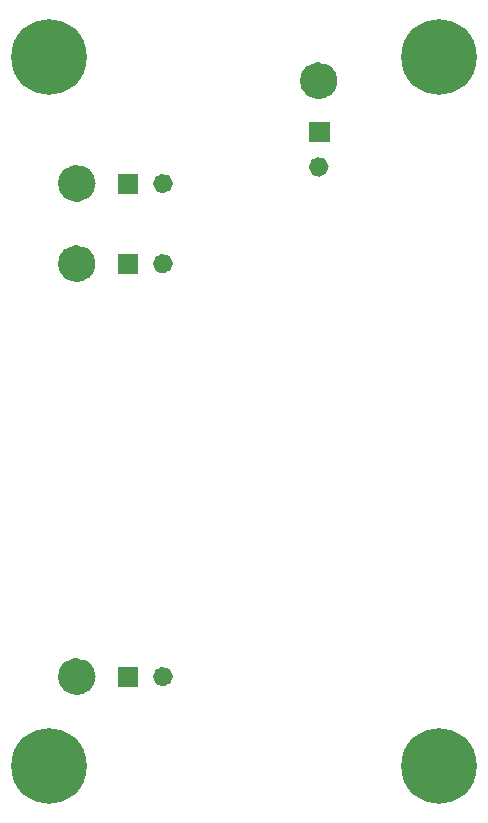
<source format=gbr>
%TF.GenerationSoftware,KiCad,Pcbnew,(6.0.0)*%
%TF.CreationDate,2023-03-29T21:01:20-06:00*%
%TF.ProjectId,isolated_voltage_and_current_sensor,69736f6c-6174-4656-945f-766f6c746167,1*%
%TF.SameCoordinates,Original*%
%TF.FileFunction,Soldermask,Bot*%
%TF.FilePolarity,Negative*%
%FSLAX46Y46*%
G04 Gerber Fmt 4.6, Leading zero omitted, Abs format (unit mm)*
G04 Created by KiCad (PCBNEW (6.0.0)) date 2023-03-29 21:01:20*
%MOMM*%
%LPD*%
G01*
G04 APERTURE LIST*
%ADD10C,1.576200*%
%ADD11C,0.836200*%
%ADD12C,0.010000*%
%ADD13C,3.000000*%
%ADD14C,0.800000*%
%ADD15C,6.400000*%
G04 APERTURE END LIST*
D10*
%TO.C,J1*%
X124098100Y-72710000D02*
G75*
G03*
X124098100Y-72710000I-788100J0D01*
G01*
D11*
X131028100Y-72710000D02*
G75*
G03*
X131028100Y-72710000I-418100J0D01*
G01*
D12*
X128446200Y-71873800D02*
X128446200Y-73546200D01*
X128446200Y-73546200D02*
X126773800Y-73546200D01*
X126773800Y-73546200D02*
X126773800Y-71873800D01*
X126773800Y-71873800D02*
X128446200Y-71873800D01*
G36*
X128446200Y-73546200D02*
G01*
X126773800Y-73546200D01*
X126773800Y-71873800D01*
X128446200Y-71873800D01*
X128446200Y-73546200D01*
G37*
X128446200Y-73546200D02*
X126773800Y-73546200D01*
X126773800Y-71873800D01*
X128446200Y-71873800D01*
X128446200Y-73546200D01*
D10*
%TO.C,J4*%
X124098100Y-79500000D02*
G75*
G03*
X124098100Y-79500000I-788100J0D01*
G01*
D11*
X131028100Y-79500000D02*
G75*
G03*
X131028100Y-79500000I-418100J0D01*
G01*
D12*
X128446200Y-78663800D02*
X128446200Y-80336200D01*
X128446200Y-80336200D02*
X126773800Y-80336200D01*
X126773800Y-80336200D02*
X126773800Y-78663800D01*
X126773800Y-78663800D02*
X128446200Y-78663800D01*
G36*
X128446200Y-80336200D02*
G01*
X126773800Y-80336200D01*
X126773800Y-78663800D01*
X128446200Y-78663800D01*
X128446200Y-80336200D01*
G37*
X128446200Y-80336200D02*
X126773800Y-80336200D01*
X126773800Y-78663800D01*
X128446200Y-78663800D01*
X128446200Y-80336200D01*
D10*
%TO.C,J3*%
X144588100Y-64010000D02*
G75*
G03*
X144588100Y-64010000I-788100J0D01*
G01*
D11*
X144218100Y-71310000D02*
G75*
G03*
X144218100Y-71310000I-418100J0D01*
G01*
D12*
X144636200Y-69146200D02*
X142963800Y-69146200D01*
X142963800Y-69146200D02*
X142963800Y-67473800D01*
X142963800Y-67473800D02*
X144636200Y-67473800D01*
X144636200Y-67473800D02*
X144636200Y-69146200D01*
G36*
X144636200Y-69146200D02*
G01*
X142963800Y-69146200D01*
X142963800Y-67473800D01*
X144636200Y-67473800D01*
X144636200Y-69146200D01*
G37*
X144636200Y-69146200D02*
X142963800Y-69146200D01*
X142963800Y-67473800D01*
X144636200Y-67473800D01*
X144636200Y-69146200D01*
D10*
%TO.C,J2*%
X124098100Y-114460000D02*
G75*
G03*
X124098100Y-114460000I-788100J0D01*
G01*
D11*
X131028100Y-114460000D02*
G75*
G03*
X131028100Y-114460000I-418100J0D01*
G01*
D12*
X128446200Y-113623800D02*
X128446200Y-115296200D01*
X128446200Y-115296200D02*
X126773800Y-115296200D01*
X126773800Y-115296200D02*
X126773800Y-113623800D01*
X126773800Y-113623800D02*
X128446200Y-113623800D01*
G36*
X128446200Y-115296200D02*
G01*
X126773800Y-115296200D01*
X126773800Y-113623800D01*
X128446200Y-113623800D01*
X128446200Y-115296200D01*
G37*
X128446200Y-115296200D02*
X126773800Y-115296200D01*
X126773800Y-113623800D01*
X128446200Y-113623800D01*
X128446200Y-115296200D01*
%TD*%
D13*
%TO.C,J1*%
X123310000Y-72710000D03*
%TD*%
D14*
%TO.C,H4*%
X152302944Y-120302944D03*
X151600000Y-122000000D03*
X156400000Y-122000000D03*
X154000000Y-119600000D03*
X155697056Y-123697056D03*
X154000000Y-124400000D03*
D15*
X154000000Y-122000000D03*
D14*
X155697056Y-120302944D03*
X152302944Y-123697056D03*
%TD*%
%TO.C,H3*%
X123400000Y-122000000D03*
X119302944Y-123697056D03*
X118600000Y-122000000D03*
X121000000Y-119600000D03*
X119302944Y-120302944D03*
D15*
X121000000Y-122000000D03*
D14*
X122697056Y-123697056D03*
X122697056Y-120302944D03*
X121000000Y-124400000D03*
%TD*%
D13*
%TO.C,J4*%
X123310000Y-79500000D03*
%TD*%
D14*
%TO.C,H1*%
X119302944Y-60302944D03*
X123400000Y-62000000D03*
X122697056Y-63697056D03*
D15*
X121000000Y-62000000D03*
D14*
X119302944Y-63697056D03*
X118600000Y-62000000D03*
X121000000Y-59600000D03*
X122697056Y-60302944D03*
X121000000Y-64400000D03*
%TD*%
D13*
%TO.C,J3*%
X143800000Y-64010000D03*
%TD*%
D14*
%TO.C,H2*%
X152302944Y-63697056D03*
D15*
X154000000Y-62000000D03*
D14*
X151600000Y-62000000D03*
X154000000Y-64400000D03*
X152302944Y-60302944D03*
X155697056Y-63697056D03*
X154000000Y-59600000D03*
X155697056Y-60302944D03*
X156400000Y-62000000D03*
%TD*%
D13*
%TO.C,J2*%
X123310000Y-114460000D03*
%TD*%
M02*

</source>
